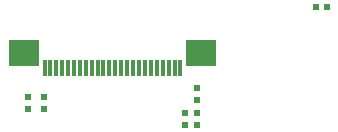
<source format=gtp>
G04*
G04 #@! TF.GenerationSoftware,Altium Limited,Altium Designer,19.0.15 (446)*
G04*
G04 Layer_Color=8421504*
%FSLAX25Y25*%
%MOIN*%
G70*
G01*
G75*
%ADD12R,0.02362X0.01968*%
%ADD13R,0.01200X0.05500*%
%ADD14R,0.10400X0.09100*%
%ADD15R,0.01968X0.02362*%
D12*
X11000Y20000D02*
D03*
Y23937D02*
D03*
X5500Y20031D02*
D03*
Y23968D02*
D03*
X62000Y23000D02*
D03*
Y26937D02*
D03*
D13*
X56400Y33500D02*
D03*
X54500D02*
D03*
X52500D02*
D03*
X50500D02*
D03*
X48600D02*
D03*
X46600D02*
D03*
X44600D02*
D03*
X42700D02*
D03*
X40700D02*
D03*
X38700D02*
D03*
X36800D02*
D03*
X34800D02*
D03*
X32800D02*
D03*
X30800D02*
D03*
X28900D02*
D03*
X26900D02*
D03*
X24900D02*
D03*
X23000D02*
D03*
X21000D02*
D03*
X19000D02*
D03*
X17100D02*
D03*
X15100D02*
D03*
X13100D02*
D03*
X11200D02*
D03*
D14*
X4200Y38500D02*
D03*
X63400D02*
D03*
D15*
X105468Y54000D02*
D03*
X101532D02*
D03*
X58031Y18500D02*
D03*
X61968D02*
D03*
X61968Y14500D02*
D03*
X58031D02*
D03*
M02*

</source>
